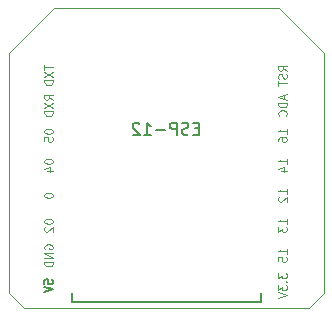
<source format=gbr>
G04 #@! TF.FileFunction,Legend,Bot*
%FSLAX46Y46*%
G04 Gerber Fmt 4.6, Leading zero omitted, Abs format (unit mm)*
G04 Created by KiCad (PCBNEW (2016-07-11 BZR 6975, Git 98ad509)-product) date Sat Aug 13 17:34:52 2016*
%MOMM*%
%LPD*%
G01*
G04 APERTURE LIST*
%ADD10C,0.100000*%
%ADD11C,0.152400*%
%ADD12C,0.150000*%
%ADD13C,0.125000*%
G04 APERTURE END LIST*
D10*
X201930000Y-75565000D02*
X205740000Y-79375000D01*
X194310000Y-75565000D02*
X201930000Y-75565000D01*
X194310000Y-75565000D02*
X182880000Y-75565000D01*
X205740000Y-99695000D02*
X205740000Y-79375000D01*
X205740000Y-99695000D02*
X204470000Y-100965000D01*
X179070000Y-79375000D02*
X179070000Y-99695000D01*
X180340000Y-100965000D02*
X204470000Y-100965000D01*
X179070000Y-99695000D02*
X180340000Y-100965000D01*
X182880000Y-75565000D02*
X179070000Y-79375000D01*
D11*
X200406000Y-99695000D02*
X200406000Y-100457000D01*
X200406000Y-100457000D02*
X184404000Y-100457000D01*
X184404000Y-100457000D02*
X184404000Y-99695000D01*
D12*
X182115666Y-98926666D02*
X182115666Y-98593333D01*
X182449000Y-98560000D01*
X182415666Y-98593333D01*
X182382333Y-98660000D01*
X182382333Y-98826666D01*
X182415666Y-98893333D01*
X182449000Y-98926666D01*
X182515666Y-98960000D01*
X182682333Y-98960000D01*
X182749000Y-98926666D01*
X182782333Y-98893333D01*
X182815666Y-98826666D01*
X182815666Y-98660000D01*
X182782333Y-98593333D01*
X182749000Y-98560000D01*
X182115666Y-99160000D02*
X182815666Y-99393333D01*
X182115666Y-99626666D01*
D13*
X201927666Y-98026666D02*
X201927666Y-98460000D01*
X202194333Y-98226666D01*
X202194333Y-98326666D01*
X202227666Y-98393333D01*
X202261000Y-98426666D01*
X202327666Y-98460000D01*
X202494333Y-98460000D01*
X202561000Y-98426666D01*
X202594333Y-98393333D01*
X202627666Y-98326666D01*
X202627666Y-98126666D01*
X202594333Y-98060000D01*
X202561000Y-98026666D01*
X202561000Y-98760000D02*
X202594333Y-98793333D01*
X202627666Y-98760000D01*
X202594333Y-98726666D01*
X202561000Y-98760000D01*
X202627666Y-98760000D01*
X201927666Y-99026666D02*
X201927666Y-99460000D01*
X202194333Y-99226666D01*
X202194333Y-99326666D01*
X202227666Y-99393333D01*
X202261000Y-99426666D01*
X202327666Y-99460000D01*
X202494333Y-99460000D01*
X202561000Y-99426666D01*
X202594333Y-99393333D01*
X202627666Y-99326666D01*
X202627666Y-99126666D01*
X202594333Y-99060000D01*
X202561000Y-99026666D01*
X201927666Y-99660000D02*
X202627666Y-99893333D01*
X201927666Y-100126666D01*
X202627666Y-96386666D02*
X202627666Y-95986666D01*
X202627666Y-96186666D02*
X201927666Y-96186666D01*
X202027666Y-96120000D01*
X202094333Y-96053333D01*
X202127666Y-95986666D01*
X201927666Y-97020000D02*
X201927666Y-96686666D01*
X202261000Y-96653333D01*
X202227666Y-96686666D01*
X202194333Y-96753333D01*
X202194333Y-96920000D01*
X202227666Y-96986666D01*
X202261000Y-97020000D01*
X202327666Y-97053333D01*
X202494333Y-97053333D01*
X202561000Y-97020000D01*
X202594333Y-96986666D01*
X202627666Y-96920000D01*
X202627666Y-96753333D01*
X202594333Y-96686666D01*
X202561000Y-96653333D01*
X202627666Y-93846666D02*
X202627666Y-93446666D01*
X202627666Y-93646666D02*
X201927666Y-93646666D01*
X202027666Y-93580000D01*
X202094333Y-93513333D01*
X202127666Y-93446666D01*
X201927666Y-94080000D02*
X201927666Y-94513333D01*
X202194333Y-94280000D01*
X202194333Y-94380000D01*
X202227666Y-94446666D01*
X202261000Y-94480000D01*
X202327666Y-94513333D01*
X202494333Y-94513333D01*
X202561000Y-94480000D01*
X202594333Y-94446666D01*
X202627666Y-94380000D01*
X202627666Y-94180000D01*
X202594333Y-94113333D01*
X202561000Y-94080000D01*
X202627666Y-91306666D02*
X202627666Y-90906666D01*
X202627666Y-91106666D02*
X201927666Y-91106666D01*
X202027666Y-91040000D01*
X202094333Y-90973333D01*
X202127666Y-90906666D01*
X201994333Y-91573333D02*
X201961000Y-91606666D01*
X201927666Y-91673333D01*
X201927666Y-91840000D01*
X201961000Y-91906666D01*
X201994333Y-91940000D01*
X202061000Y-91973333D01*
X202127666Y-91973333D01*
X202227666Y-91940000D01*
X202627666Y-91540000D01*
X202627666Y-91973333D01*
X202627666Y-88766666D02*
X202627666Y-88366666D01*
X202627666Y-88566666D02*
X201927666Y-88566666D01*
X202027666Y-88500000D01*
X202094333Y-88433333D01*
X202127666Y-88366666D01*
X202161000Y-89366666D02*
X202627666Y-89366666D01*
X201894333Y-89200000D02*
X202394333Y-89033333D01*
X202394333Y-89466666D01*
X202627666Y-86226666D02*
X202627666Y-85826666D01*
X202627666Y-86026666D02*
X201927666Y-86026666D01*
X202027666Y-85960000D01*
X202094333Y-85893333D01*
X202127666Y-85826666D01*
X201927666Y-86826666D02*
X201927666Y-86693333D01*
X201961000Y-86626666D01*
X201994333Y-86593333D01*
X202094333Y-86526666D01*
X202227666Y-86493333D01*
X202494333Y-86493333D01*
X202561000Y-86526666D01*
X202594333Y-86560000D01*
X202627666Y-86626666D01*
X202627666Y-86760000D01*
X202594333Y-86826666D01*
X202561000Y-86860000D01*
X202494333Y-86893333D01*
X202327666Y-86893333D01*
X202261000Y-86860000D01*
X202227666Y-86826666D01*
X202194333Y-86760000D01*
X202194333Y-86626666D01*
X202227666Y-86560000D01*
X202261000Y-86526666D01*
X202327666Y-86493333D01*
X202427666Y-82953333D02*
X202427666Y-83286666D01*
X202627666Y-82886666D02*
X201927666Y-83120000D01*
X202627666Y-83353333D01*
X202627666Y-83586666D02*
X201927666Y-83586666D01*
X201927666Y-83753333D01*
X201961000Y-83853333D01*
X202027666Y-83920000D01*
X202094333Y-83953333D01*
X202227666Y-83986666D01*
X202327666Y-83986666D01*
X202461000Y-83953333D01*
X202527666Y-83920000D01*
X202594333Y-83853333D01*
X202627666Y-83753333D01*
X202627666Y-83586666D01*
X202561000Y-84686666D02*
X202594333Y-84653333D01*
X202627666Y-84553333D01*
X202627666Y-84486666D01*
X202594333Y-84386666D01*
X202527666Y-84320000D01*
X202461000Y-84286666D01*
X202327666Y-84253333D01*
X202227666Y-84253333D01*
X202094333Y-84286666D01*
X202027666Y-84320000D01*
X201961000Y-84386666D01*
X201927666Y-84486666D01*
X201927666Y-84553333D01*
X201961000Y-84653333D01*
X201994333Y-84686666D01*
X202627666Y-80896666D02*
X202294333Y-80663333D01*
X202627666Y-80496666D02*
X201927666Y-80496666D01*
X201927666Y-80763333D01*
X201961000Y-80830000D01*
X201994333Y-80863333D01*
X202061000Y-80896666D01*
X202161000Y-80896666D01*
X202227666Y-80863333D01*
X202261000Y-80830000D01*
X202294333Y-80763333D01*
X202294333Y-80496666D01*
X202594333Y-81163333D02*
X202627666Y-81263333D01*
X202627666Y-81430000D01*
X202594333Y-81496666D01*
X202561000Y-81530000D01*
X202494333Y-81563333D01*
X202427666Y-81563333D01*
X202361000Y-81530000D01*
X202327666Y-81496666D01*
X202294333Y-81430000D01*
X202261000Y-81296666D01*
X202227666Y-81230000D01*
X202194333Y-81196666D01*
X202127666Y-81163333D01*
X202061000Y-81163333D01*
X201994333Y-81196666D01*
X201961000Y-81230000D01*
X201927666Y-81296666D01*
X201927666Y-81463333D01*
X201961000Y-81563333D01*
X201927666Y-81763333D02*
X201927666Y-82163333D01*
X202627666Y-81963333D02*
X201927666Y-81963333D01*
X182149000Y-95986666D02*
X182115666Y-95920000D01*
X182115666Y-95820000D01*
X182149000Y-95720000D01*
X182215666Y-95653333D01*
X182282333Y-95620000D01*
X182415666Y-95586666D01*
X182515666Y-95586666D01*
X182649000Y-95620000D01*
X182715666Y-95653333D01*
X182782333Y-95720000D01*
X182815666Y-95820000D01*
X182815666Y-95886666D01*
X182782333Y-95986666D01*
X182749000Y-96020000D01*
X182515666Y-96020000D01*
X182515666Y-95886666D01*
X182815666Y-96320000D02*
X182115666Y-96320000D01*
X182815666Y-96720000D01*
X182115666Y-96720000D01*
X182815666Y-97053333D02*
X182115666Y-97053333D01*
X182115666Y-97220000D01*
X182149000Y-97320000D01*
X182215666Y-97386666D01*
X182282333Y-97420000D01*
X182415666Y-97453333D01*
X182515666Y-97453333D01*
X182649000Y-97420000D01*
X182715666Y-97386666D01*
X182782333Y-97320000D01*
X182815666Y-97220000D01*
X182815666Y-97053333D01*
X182115666Y-93613333D02*
X182115666Y-93680000D01*
X182149000Y-93746666D01*
X182182333Y-93780000D01*
X182249000Y-93813333D01*
X182382333Y-93846666D01*
X182549000Y-93846666D01*
X182682333Y-93813333D01*
X182749000Y-93780000D01*
X182782333Y-93746666D01*
X182815666Y-93680000D01*
X182815666Y-93613333D01*
X182782333Y-93546666D01*
X182749000Y-93513333D01*
X182682333Y-93480000D01*
X182549000Y-93446666D01*
X182382333Y-93446666D01*
X182249000Y-93480000D01*
X182182333Y-93513333D01*
X182149000Y-93546666D01*
X182115666Y-93613333D01*
X182182333Y-94113333D02*
X182149000Y-94146666D01*
X182115666Y-94213333D01*
X182115666Y-94380000D01*
X182149000Y-94446666D01*
X182182333Y-94480000D01*
X182249000Y-94513333D01*
X182315666Y-94513333D01*
X182415666Y-94480000D01*
X182815666Y-94080000D01*
X182815666Y-94513333D01*
X182115666Y-91406666D02*
X182115666Y-91473333D01*
X182149000Y-91540000D01*
X182182333Y-91573333D01*
X182249000Y-91606666D01*
X182382333Y-91640000D01*
X182549000Y-91640000D01*
X182682333Y-91606666D01*
X182749000Y-91573333D01*
X182782333Y-91540000D01*
X182815666Y-91473333D01*
X182815666Y-91406666D01*
X182782333Y-91340000D01*
X182749000Y-91306666D01*
X182682333Y-91273333D01*
X182549000Y-91240000D01*
X182382333Y-91240000D01*
X182249000Y-91273333D01*
X182182333Y-91306666D01*
X182149000Y-91340000D01*
X182115666Y-91406666D01*
X182115666Y-88533333D02*
X182115666Y-88600000D01*
X182149000Y-88666666D01*
X182182333Y-88700000D01*
X182249000Y-88733333D01*
X182382333Y-88766666D01*
X182549000Y-88766666D01*
X182682333Y-88733333D01*
X182749000Y-88700000D01*
X182782333Y-88666666D01*
X182815666Y-88600000D01*
X182815666Y-88533333D01*
X182782333Y-88466666D01*
X182749000Y-88433333D01*
X182682333Y-88400000D01*
X182549000Y-88366666D01*
X182382333Y-88366666D01*
X182249000Y-88400000D01*
X182182333Y-88433333D01*
X182149000Y-88466666D01*
X182115666Y-88533333D01*
X182349000Y-89366666D02*
X182815666Y-89366666D01*
X182082333Y-89200000D02*
X182582333Y-89033333D01*
X182582333Y-89466666D01*
X182115666Y-85993333D02*
X182115666Y-86060000D01*
X182149000Y-86126666D01*
X182182333Y-86160000D01*
X182249000Y-86193333D01*
X182382333Y-86226666D01*
X182549000Y-86226666D01*
X182682333Y-86193333D01*
X182749000Y-86160000D01*
X182782333Y-86126666D01*
X182815666Y-86060000D01*
X182815666Y-85993333D01*
X182782333Y-85926666D01*
X182749000Y-85893333D01*
X182682333Y-85860000D01*
X182549000Y-85826666D01*
X182382333Y-85826666D01*
X182249000Y-85860000D01*
X182182333Y-85893333D01*
X182149000Y-85926666D01*
X182115666Y-85993333D01*
X182115666Y-86860000D02*
X182115666Y-86526666D01*
X182449000Y-86493333D01*
X182415666Y-86526666D01*
X182382333Y-86593333D01*
X182382333Y-86760000D01*
X182415666Y-86826666D01*
X182449000Y-86860000D01*
X182515666Y-86893333D01*
X182682333Y-86893333D01*
X182749000Y-86860000D01*
X182782333Y-86826666D01*
X182815666Y-86760000D01*
X182815666Y-86593333D01*
X182782333Y-86526666D01*
X182749000Y-86493333D01*
X182815666Y-83353333D02*
X182482333Y-83120000D01*
X182815666Y-82953333D02*
X182115666Y-82953333D01*
X182115666Y-83220000D01*
X182149000Y-83286666D01*
X182182333Y-83320000D01*
X182249000Y-83353333D01*
X182349000Y-83353333D01*
X182415666Y-83320000D01*
X182449000Y-83286666D01*
X182482333Y-83220000D01*
X182482333Y-82953333D01*
X182115666Y-83586666D02*
X182815666Y-84053333D01*
X182115666Y-84053333D02*
X182815666Y-83586666D01*
X182815666Y-84320000D02*
X182115666Y-84320000D01*
X182115666Y-84486666D01*
X182149000Y-84586666D01*
X182215666Y-84653333D01*
X182282333Y-84686666D01*
X182415666Y-84720000D01*
X182515666Y-84720000D01*
X182649000Y-84686666D01*
X182715666Y-84653333D01*
X182782333Y-84586666D01*
X182815666Y-84486666D01*
X182815666Y-84320000D01*
X182115666Y-80396666D02*
X182115666Y-80796666D01*
X182815666Y-80596666D02*
X182115666Y-80596666D01*
X182115666Y-80963333D02*
X182815666Y-81430000D01*
X182115666Y-81430000D02*
X182815666Y-80963333D01*
X182815666Y-81696666D02*
X182115666Y-81696666D01*
X182115666Y-81863333D01*
X182149000Y-81963333D01*
X182215666Y-82030000D01*
X182282333Y-82063333D01*
X182415666Y-82096666D01*
X182515666Y-82096666D01*
X182649000Y-82063333D01*
X182715666Y-82030000D01*
X182782333Y-81963333D01*
X182815666Y-81863333D01*
X182815666Y-81696666D01*
D12*
X195159904Y-85764571D02*
X194826571Y-85764571D01*
X194683714Y-86288380D02*
X195159904Y-86288380D01*
X195159904Y-85288380D01*
X194683714Y-85288380D01*
X194302761Y-86240761D02*
X194159904Y-86288380D01*
X193921809Y-86288380D01*
X193826571Y-86240761D01*
X193778952Y-86193142D01*
X193731333Y-86097904D01*
X193731333Y-86002666D01*
X193778952Y-85907428D01*
X193826571Y-85859809D01*
X193921809Y-85812190D01*
X194112285Y-85764571D01*
X194207523Y-85716952D01*
X194255142Y-85669333D01*
X194302761Y-85574095D01*
X194302761Y-85478857D01*
X194255142Y-85383619D01*
X194207523Y-85336000D01*
X194112285Y-85288380D01*
X193874190Y-85288380D01*
X193731333Y-85336000D01*
X193302761Y-86288380D02*
X193302761Y-85288380D01*
X192921809Y-85288380D01*
X192826571Y-85336000D01*
X192778952Y-85383619D01*
X192731333Y-85478857D01*
X192731333Y-85621714D01*
X192778952Y-85716952D01*
X192826571Y-85764571D01*
X192921809Y-85812190D01*
X193302761Y-85812190D01*
X192302761Y-85907428D02*
X191540857Y-85907428D01*
X190540857Y-86288380D02*
X191112285Y-86288380D01*
X190826571Y-86288380D02*
X190826571Y-85288380D01*
X190921809Y-85431238D01*
X191017047Y-85526476D01*
X191112285Y-85574095D01*
X190159904Y-85383619D02*
X190112285Y-85336000D01*
X190017047Y-85288380D01*
X189778952Y-85288380D01*
X189683714Y-85336000D01*
X189636095Y-85383619D01*
X189588476Y-85478857D01*
X189588476Y-85574095D01*
X189636095Y-85716952D01*
X190207523Y-86288380D01*
X189588476Y-86288380D01*
M02*

</source>
